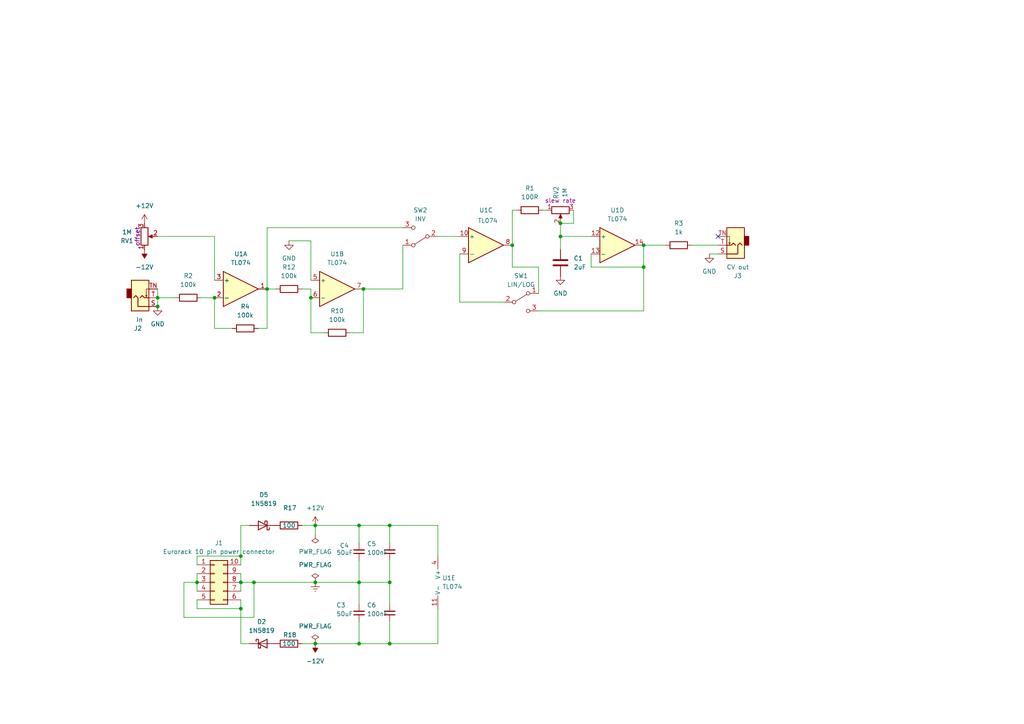
<source format=kicad_sch>
(kicad_sch (version 20231120) (generator "eeschema") (generator_version "8.0")
  (paper "A4")
  (lib_symbols
    (symbol "+12V_5" (power) (pin_numbers hide) (pin_names (offset 0) hide)
      (property "Value" "+12V" (at 0 3.556 0))
      (symbol "+12V_5_0_1"
        (polyline (pts (xy -0.762 1.27) (xy 0 2.54)))
        (polyline (pts (xy 0 0) (xy 0 2.54)))
        (polyline (pts (xy 0 2.54) (xy 0.762 1.27)))
      )
      (symbol "+12V_5_1_1"
        (pin power_in line (at 0 0 90) (length 0) (name "~") (number "1"))
      )
    )
    (symbol "-12V_4" (power) (pin_numbers hide) (pin_names (offset 0) hide)
      (property "Value" "-12V" (at 0 3.556 0))
      (symbol "-12V_4_0_0"
        (pin power_in line (at 0 0 90) (length 0) (name "~") (number "1"))
      )
      (symbol "-12V_4_0_1"
        (polyline (pts (xy 0 0) (xy 0 1.27) (xy 0.762 1.27) (xy 0 2.54) (xy -0.762 1.27) (xy 0 1.27)) (fill (type outline)))
      )
    )
    (symbol "Amplifier_Operational:TL074" (pin_names (offset 0.127))
      (property "Reference" "U" (at 0 5.08 0))
      (property "Value" "TL074" (at 0 -5.08 0))
      (symbol "TL074_1_1"
        (polyline (pts (xy -5.08 5.08) (xy 5.08 0) (xy -5.08 -5.08) (xy -5.08 5.08)) (stroke (width 0.254)) (fill (type background)))
        (pin output line (at 7.62 0 180) (length 2.54) (name "~") (number "1"))
        (pin input line (at -7.62 -2.54 0) (length 2.54) (name "-") (number "2"))
        (pin input line (at -7.62 2.54 0) (length 2.54) (name "+") (number "3"))
      )
      (symbol "TL074_2_1"
        (polyline (pts (xy -5.08 5.08) (xy 5.08 0) (xy -5.08 -5.08) (xy -5.08 5.08)) (stroke (width 0.254)) (fill (type background)))
        (pin input line (at -7.62 2.54 0) (length 2.54) (name "+") (number "5"))
        (pin input line (at -7.62 -2.54 0) (length 2.54) (name "-") (number "6"))
        (pin output line (at 7.62 0 180) (length 2.54) (name "~") (number "7"))
      )
      (symbol "TL074_3_1"
        (polyline (pts (xy -5.08 5.08) (xy 5.08 0) (xy -5.08 -5.08) (xy -5.08 5.08)) (stroke (width 0.254)) (fill (type background)))
        (pin input line (at -7.62 2.54 0) (length 2.54) (name "+") (number "10"))
        (pin output line (at 7.62 0 180) (length 2.54) (name "~") (number "8"))
        (pin input line (at -7.62 -2.54 0) (length 2.54) (name "-") (number "9"))
      )
      (symbol "TL074_4_1"
        (polyline (pts (xy -5.08 5.08) (xy 5.08 0) (xy -5.08 -5.08) (xy -5.08 5.08)) (stroke (width 0.254)) (fill (type background)))
        (pin input line (at -7.62 2.54 0) (length 2.54) (name "+") (number "12"))
        (pin input line (at -7.62 -2.54 0) (length 2.54) (name "-") (number "13"))
        (pin output line (at 7.62 0 180) (length 2.54) (name "~") (number "14"))
      )
      (symbol "TL074_5_1"
        (pin power_in line (at -2.54 -7.62 90) (length 3.81) (name "V-") (number "11"))
        (pin power_in line (at -2.54 7.62 270) (length 3.81) (name "V+") (number "4"))
      )
    )
    (symbol "Connector_Audio:AudioJack2_SwitchT"
      (property "Reference" "J" (at 0 8.89 0))
      (property "Value" "AudioJack2_SwitchT" (at 0 6.35 0))
      (symbol "AudioJack2_SwitchT_0_1"
        (rectangle (start -2.54 0) (end -3.81 -2.54) (stroke (width 0.254)) (fill (type outline)))
        (polyline (pts (xy 1.778 -0.254) (xy 2.032 -0.762)))
        (polyline (pts (xy 0 0) (xy 0.635 -0.635) (xy 1.27 0) (xy 2.54 0)) (stroke (width 0.254)))
        (polyline (pts (xy 2.54 -2.54) (xy 1.778 -2.54) (xy 1.778 -0.254) (xy 1.524 -0.762)))
        (polyline (pts (xy 2.54 2.54) (xy -0.635 2.54) (xy -0.635 0) (xy -1.27 -0.635) (xy -1.905 0)) (stroke (width 0.254)))
        (rectangle (start 2.54 3.81) (end -2.54 -5.08) (stroke (width 0.254)) (fill (type background)))
      )
      (symbol "AudioJack2_SwitchT_1_1"
        (pin passive line (at 5.08 2.54 180) (length 2.54) (name "~") (number "S"))
        (pin passive line (at 5.08 0 180) (length 2.54) (name "~") (number "T"))
        (pin passive line (at 5.08 -2.54 180) (length 2.54) (name "~") (number "TN"))
      )
    )
    (symbol "Connector_Generic:Conn_02x05_Counter_Clockwise" (pin_names (offset 1.016) hide)
      (property "Reference" "J" (at 1.27 7.62 0))
      (property "Value" "Conn_02x05_Counter_Clockwise" (at 1.27 -7.62 0))
      (symbol "Conn_02x05_Counter_Clockwise_1_1"
        (rectangle (start -1.27 -4.953) (end 0 -5.207) (stroke (width 0.1524)))
        (rectangle (start -1.27 -2.413) (end 0 -2.667) (stroke (width 0.1524)))
        (rectangle (start -1.27 0.127) (end 0 -0.127) (stroke (width 0.1524)))
        (rectangle (start -1.27 2.667) (end 0 2.413) (stroke (width 0.1524)))
        (rectangle (start -1.27 5.207) (end 0 4.953) (stroke (width 0.1524)))
        (rectangle (start -1.27 6.35) (end 3.81 -6.35) (stroke (width 0.254)) (fill (type background)))
        (rectangle (start 3.81 -4.953) (end 2.54 -5.207) (stroke (width 0.1524)))
        (rectangle (start 3.81 -2.413) (end 2.54 -2.667) (stroke (width 0.1524)))
        (rectangle (start 3.81 0.127) (end 2.54 -0.127) (stroke (width 0.1524)))
        (rectangle (start 3.81 2.667) (end 2.54 2.413) (stroke (width 0.1524)))
        (rectangle (start 3.81 5.207) (end 2.54 4.953) (stroke (width 0.1524)))
        (pin passive line (at -5.08 5.08 0) (length 3.81) (name "Pin_1") (number "1"))
        (pin passive line (at 7.62 5.08 180) (length 3.81) (name "Pin_10") (number "10"))
        (pin passive line (at -5.08 2.54 0) (length 3.81) (name "Pin_2") (number "2"))
        (pin passive line (at -5.08 0 0) (length 3.81) (name "Pin_3") (number "3"))
        (pin passive line (at -5.08 -2.54 0) (length 3.81) (name "Pin_4") (number "4"))
        (pin passive line (at -5.08 -5.08 0) (length 3.81) (name "Pin_5") (number "5"))
        (pin passive line (at 7.62 -5.08 180) (length 3.81) (name "Pin_6") (number "6"))
        (pin passive line (at 7.62 -2.54 180) (length 3.81) (name "Pin_7") (number "7"))
        (pin passive line (at 7.62 0 180) (length 3.81) (name "Pin_8") (number "8"))
        (pin passive line (at 7.62 2.54 180) (length 3.81) (name "Pin_9") (number "9"))
      )
    )
    (symbol "Device:C" (pin_numbers hide) (pin_names (offset 0.254))
      (property "Reference" "C" (at 0.635 2.54 0))
      (property "Value" "C" (at 0.635 -2.54 0))
      (symbol "C_0_1"
        (polyline (pts (xy -2.032 -0.762) (xy 2.032 -0.762)) (stroke (width 0.508)))
        (polyline (pts (xy -2.032 0.762) (xy 2.032 0.762)) (stroke (width 0.508)))
      )
      (symbol "C_1_1"
        (pin passive line (at 0 3.81 270) (length 2.794) (name "~") (number "1"))
        (pin passive line (at 0 -3.81 90) (length 2.794) (name "~") (number "2"))
      )
    )
    (symbol "Device:C_Small" (pin_numbers hide) (pin_names (offset 0.254) hide)
      (property "Reference" "C" (at 0.254 1.778 0))
      (property "Value" "C_Small" (at 0.254 -2.032 0))
      (symbol "C_Small_0_1"
        (polyline (pts (xy -1.524 -0.508) (xy 1.524 -0.508)) (stroke (width 0.3302)))
        (polyline (pts (xy -1.524 0.508) (xy 1.524 0.508)) (stroke (width 0.3048)))
      )
      (symbol "C_Small_1_1"
        (pin passive line (at 0 2.54 270) (length 2.032) (name "~") (number "1"))
        (pin passive line (at 0 -2.54 90) (length 2.032) (name "~") (number "2"))
      )
    )
    (symbol "Device:R" (pin_numbers hide) (pin_names (offset 0))
      (property "Reference" "R" (at 2.032 0 90))
      (property "Value" "R" (at 0 0 90))
      (symbol "R_0_1"
        (rectangle (start -1.016 -2.54) (end 1.016 2.54) (stroke (width 0.254)))
      )
      (symbol "R_1_1"
        (pin passive line (at 0 3.81 270) (length 1.27) (name "~") (number "1"))
        (pin passive line (at 0 -3.81 90) (length 1.27) (name "~") (number "2"))
      )
    )
    (symbol "Device:R_Potentiometer" (pin_names (offset 1.016) hide)
      (property "Reference" "RV" (at -4.445 0 90))
      (property "Value" "R_Potentiometer" (at -2.54 0 90))
      (symbol "R_Potentiometer_0_1"
        (polyline (pts (xy 2.54 0) (xy 1.524 0)))
        (polyline (pts (xy 1.143 0) (xy 2.286 0.508) (xy 2.286 -0.508) (xy 1.143 0)) (fill (type outline)))
        (rectangle (start 1.016 2.54) (end -1.016 -2.54) (stroke (width 0.254)))
      )
      (symbol "R_Potentiometer_1_1"
        (pin passive line (at 0 3.81 270) (length 1.27) (name "1") (number "1"))
        (pin passive line (at 3.81 0 180) (length 1.27) (name "2") (number "2"))
        (pin passive line (at 0 -3.81 90) (length 1.27) (name "3") (number "3"))
      )
    )
    (symbol "Diode:1N5819" (pin_numbers hide) (pin_names (offset 1.016) hide)
      (property "Reference" "D" (at 0 2.54 0))
      (property "Value" "1N5819" (at 0 -2.54 0))
      (symbol "1N5819_0_1"
        (polyline (pts (xy 1.27 0) (xy -1.27 0)))
        (polyline (pts (xy 1.27 1.27) (xy 1.27 -1.27) (xy -1.27 0) (xy 1.27 1.27)) (stroke (width 0.254)))
        (polyline (pts (xy -1.905 0.635) (xy -1.905 1.27) (xy -1.27 1.27) (xy -1.27 -1.27) (xy -0.635 -1.27) (xy -0.635 -0.635)) (stroke (width 0.254)))
      )
      (symbol "1N5819_1_1"
        (pin passive line (at -3.81 0 0) (length 2.54) (name "K") (number "1"))
        (pin passive line (at 3.81 0 180) (length 2.54) (name "A") (number "2"))
      )
    )
    (symbol "GNDREF_10" (power) (pin_numbers hide) (pin_names (offset 0) hide)
      (property "Value" "GNDREF" (at 0 -3.81 0))
      (symbol "GNDREF_10_0_1"
        (polyline (pts (xy -0.635 -1.905) (xy 0.635 -1.905)))
        (polyline (pts (xy -0.127 -2.54) (xy 0.127 -2.54)))
        (polyline (pts (xy 0 -1.27) (xy 0 0)))
        (polyline (pts (xy 1.27 -1.27) (xy -1.27 -1.27)))
      )
      (symbol "GNDREF_10_1_1"
        (pin power_in line (at 0 0 270) (length 0) (name "~") (number "1"))
      )
    )
    (symbol "Switch:SW_SPDT" (pin_names (offset 0) hide)
      (property "Reference" "SW" (at 0 4.318 0))
      (property "Value" "SW_SPDT" (at 0 -5.08 0))
      (symbol "SW_SPDT_0_0"
        (circle (center -2.032 0) (radius 0.508))
        (circle (center 2.032 -2.54) (radius 0.508))
      )
      (symbol "SW_SPDT_0_1"
        (polyline (pts (xy -1.524 0.254) (xy 1.651 2.286)))
        (circle (center 2.032 2.54) (radius 0.508))
      )
      (symbol "SW_SPDT_1_1"
        (pin passive line (at 5.08 2.54 180) (length 2.54) (name "A") (number "1"))
        (pin passive line (at -5.08 0 0) (length 2.54) (name "B") (number "2"))
        (pin passive line (at 5.08 -2.54 180) (length 2.54) (name "C") (number "3"))
      )
    )
    (symbol "power:+12V" (power) (pin_names (offset 0))
      (property "Value" "+12V" (at 0 3.556 0))
      (symbol "+12V_0_1"
        (polyline (pts (xy -0.762 1.27) (xy 0 2.54)))
        (polyline (pts (xy 0 0) (xy 0 2.54)))
        (polyline (pts (xy 0 2.54) (xy 0.762 1.27)))
      )
      (symbol "+12V_1_1"
        (pin power_in line (at 0 0 90) (length 0) hide (name "+12V") (number "1"))
      )
    )
    (symbol "power:GND" (power) (pin_numbers hide) (pin_names (offset 0) hide)
      (property "Value" "GND" (at 0 -3.81 0))
      (symbol "GND_0_1"
        (polyline (pts (xy 0 0) (xy 0 -1.27) (xy 1.27 -1.27) (xy 0 -2.54) (xy -1.27 -1.27) (xy 0 -1.27)))
      )
      (symbol "GND_1_1"
        (pin power_in line (at 0 0 270) (length 0) (name "~") (number "1"))
      )
    )
    (symbol "power:PWR_FLAG" (power) (pin_numbers hide) (pin_names (offset 0) hide)
      (property "Value" "PWR_FLAG" (at 0 3.81 0))
      (symbol "PWR_FLAG_0_0"
        (pin power_out line (at 0 0 90) (length 0) (name "~") (number "1"))
      )
      (symbol "PWR_FLAG_0_1"
        (polyline (pts (xy 0 0) (xy 0 1.27) (xy -1.016 1.905) (xy 0 2.54) (xy 1.016 1.905) (xy 0 1.27)))
      )
    )
  )
  (junction (at 69.85 168.91))
  (junction (at 69.85 161.29))
  (junction (at 104.14 186.69))
  (junction (at 113.03 152.4))
  (junction (at 91.44 168.91))
  (junction (at 45.72 86.36))
  (junction (at 69.85 176.53))
  (junction (at 91.44 152.4))
  (junction (at 73.66 168.91))
  (junction (at 186.69 77.47))
  (junction (at 148.59 71.12))
  (junction (at 162.56 68.58))
  (junction (at 104.14 152.4))
  (junction (at 113.03 168.91))
  (junction (at 104.14 168.91))
  (junction (at 162.56 64.77))
  (junction (at 90.17 86.36))
  (junction (at 91.44 186.69))
  (junction (at 77.47 83.82))
  (junction (at 186.69 71.12))
  (junction (at 45.72 88.9))
  (junction (at 113.03 186.69))
  (junction (at 62.23 86.36))
  (junction (at 105.41 83.82))
  (junction (at 57.15 168.91))
  (no_connect (at 208.28 68.58))
  (wire (pts (xy 104.14 168.91) (xy 104.14 175.26)))
  (wire (pts (xy 113.03 162.56) (xy 113.03 168.91)))
  (wire (pts (xy 69.85 152.4) (xy 69.85 161.29)))
  (wire (pts (xy 186.69 77.47) (xy 186.69 71.12)))
  (wire (pts (xy 53.34 168.91) (xy 53.34 179.07)))
  (wire (pts (xy 200.66 71.12) (xy 208.28 71.12)))
  (wire (pts (xy 69.85 168.91) (xy 73.66 168.91)))
  (wire (pts (xy 113.03 168.91) (xy 113.03 175.26)))
  (wire (pts (xy 57.15 168.91) (xy 53.34 168.91)))
  (wire (pts (xy 113.03 186.69) (xy 113.03 180.34)))
  (wire (pts (xy 186.69 90.17) (xy 186.69 77.47)))
  (wire (pts (xy 127 176.53) (xy 127 186.69)))
  (wire (pts (xy 104.14 152.4) (xy 113.03 152.4)))
  (wire (pts (xy 50.8 86.36) (xy 45.72 86.36)))
  (wire (pts (xy 90.17 96.52) (xy 90.17 86.36)))
  (wire (pts (xy 208.28 73.66) (xy 205.74 73.66)))
  (wire (pts (xy 62.23 68.58) (xy 62.23 81.28)))
  (wire (pts (xy 45.72 86.36) (xy 45.72 88.9)))
  (wire (pts (xy 73.66 179.07) (xy 73.66 168.91)))
  (wire (pts (xy 148.59 60.96) (xy 148.59 71.12)))
  (wire (pts (xy 127 68.58) (xy 133.35 68.58)))
  (wire (pts (xy 90.17 83.82) (xy 90.17 86.36)))
  (wire (pts (xy 77.47 95.25) (xy 77.47 83.82)))
  (wire (pts (xy 80.01 83.82) (xy 77.47 83.82)))
  (wire (pts (xy 171.45 73.66) (xy 171.45 77.47)))
  (wire (pts (xy 166.37 64.77) (xy 162.56 64.77)))
  (wire (pts (xy 146.05 87.63) (xy 133.35 87.63)))
  (wire (pts (xy 57.15 168.91) (xy 57.15 171.45)))
  (wire (pts (xy 69.85 152.4) (xy 72.39 152.4)))
  (wire (pts (xy 127 186.69) (xy 113.03 186.69)))
  (wire (pts (xy 83.82 69.85) (xy 90.17 69.85)))
  (wire (pts (xy 45.72 83.82) (xy 45.72 86.36)))
  (wire (pts (xy 73.66 168.91) (xy 91.44 168.91)))
  (wire (pts (xy 53.34 179.07) (xy 73.66 179.07)))
  (wire (pts (xy 101.6 96.52) (xy 105.41 96.52)))
  (wire (pts (xy 87.63 83.82) (xy 90.17 83.82)))
  (wire (pts (xy 91.44 152.4) (xy 91.44 154.94)))
  (wire (pts (xy 156.21 90.17) (xy 186.69 90.17)))
  (wire (pts (xy 69.85 176.53) (xy 69.85 173.99)))
  (wire (pts (xy 57.15 161.29) (xy 69.85 161.29)))
  (wire (pts (xy 91.44 168.91) (xy 104.14 168.91)))
  (wire (pts (xy 186.69 71.12) (xy 193.04 71.12)))
  (wire (pts (xy 104.14 162.56) (xy 104.14 168.91)))
  (wire (pts (xy 69.85 161.29) (xy 69.85 163.83)))
  (wire (pts (xy 69.85 166.37) (xy 69.85 168.91)))
  (wire (pts (xy 45.72 68.58) (xy 62.23 68.58)))
  (wire (pts (xy 171.45 77.47) (xy 186.69 77.47)))
  (wire (pts (xy 166.37 60.96) (xy 166.37 64.77)))
  (wire (pts (xy 77.47 66.04) (xy 116.84 66.04)))
  (wire (pts (xy 162.56 72.39) (xy 162.56 68.58)))
  (wire (pts (xy 87.63 152.4) (xy 91.44 152.4)))
  (wire (pts (xy 162.56 64.77) (xy 162.56 68.58)))
  (wire (pts (xy 57.15 166.37) (xy 57.15 168.91)))
  (wire (pts (xy 113.03 152.4) (xy 113.03 157.48)))
  (wire (pts (xy 148.59 60.96) (xy 149.86 60.96)))
  (wire (pts (xy 69.85 168.91) (xy 69.85 171.45)))
  (wire (pts (xy 157.48 60.96) (xy 158.75 60.96)))
  (wire (pts (xy 57.15 173.99) (xy 57.15 176.53)))
  (wire (pts (xy 91.44 186.69) (xy 104.14 186.69)))
  (wire (pts (xy 104.14 152.4) (xy 104.14 157.48)))
  (wire (pts (xy 105.41 96.52) (xy 105.41 83.82)))
  (wire (pts (xy 93.98 96.52) (xy 90.17 96.52)))
  (wire (pts (xy 104.14 168.91) (xy 113.03 168.91)))
  (wire (pts (xy 104.14 180.34) (xy 104.14 186.69)))
  (wire (pts (xy 133.35 73.66) (xy 133.35 87.63)))
  (wire (pts (xy 77.47 66.04) (xy 77.47 83.82)))
  (wire (pts (xy 57.15 176.53) (xy 69.85 176.53)))
  (wire (pts (xy 57.15 163.83) (xy 57.15 161.29)))
  (wire (pts (xy 69.85 186.69) (xy 69.85 176.53)))
  (wire (pts (xy 105.41 83.82) (xy 116.84 83.82)))
  (wire (pts (xy 62.23 95.25) (xy 62.23 86.36)))
  (wire (pts (xy 90.17 69.85) (xy 90.17 81.28)))
  (wire (pts (xy 116.84 83.82) (xy 116.84 71.12)))
  (wire (pts (xy 156.21 85.09) (xy 156.21 77.47)))
  (wire (pts (xy 148.59 77.47) (xy 148.59 71.12)))
  (wire (pts (xy 62.23 86.36) (xy 58.42 86.36)))
  (wire (pts (xy 127 152.4) (xy 113.03 152.4)))
  (wire (pts (xy 104.14 186.69) (xy 113.03 186.69)))
  (wire (pts (xy 156.21 77.47) (xy 148.59 77.47)))
  (wire (pts (xy 91.44 152.4) (xy 104.14 152.4)))
  (wire (pts (xy 162.56 68.58) (xy 171.45 68.58)))
  (wire (pts (xy 87.63 186.69) (xy 91.44 186.69)))
  (wire (pts (xy 72.39 186.69) (xy 69.85 186.69)))
  (wire (pts (xy 74.93 95.25) (xy 77.47 95.25)))
  (wire (pts (xy 127 161.29) (xy 127 152.4)))
  (wire (pts (xy 67.31 95.25) (xy 62.23 95.25)))
  (symbol (lib_id "power:PWR_FLAG") (at 91.44 168.91 0) (unit 1)
    (property "Reference" "#FLG05" (effects (hide yes)))
    (property "Value" "PWR_FLAG" (at 91.44 163.83 0))
    (property "Description" "Special symbol for telling ERC where power comes from" (effects (hide yes)))
  )
  (symbol (lib_id "Device:R") (at 83.82 83.82 90) (unit 1)
    (property "Reference" "R12" (at 83.82 77.47 90))
    (property "Value" "100k" (at 83.82 80.01 90))
    (property "Footprint" "Resistor_THT:R_Axial_DIN0207_L6.3mm_D2.5mm_P10.16mm_Horizontal" (effects (hide yes)))
  )
  (symbol (lib_name "GNDREF_10") (lib_id "power:GNDREF") (at 91.44 168.91 0) (unit 1)
    (property "Reference" "#PWR05" (effects (hide yes)))
    (property "Value" "GNDREF" (effects (hide yes)))
    (property "Description" "Power symbol creates a global label with name \"GNDREF\" , reference supply ground" (effects (hide yes)))
  )
  (symbol (lib_id "Amplifier_Operational:TL074") (at 140.97 71.12 0) (unit 3)
    (property "Reference" "U1" (at 140.97 60.96 0))
    (property "Value" "TL074" (at 141.478 64.008 0))
    (property "Datasheet" "http://www.ti.com/lit/ds/symlink/tl071.pdf" (effects (hide yes)))
    (property "Description" "Quad Low-Noise JFET-Input Operational Amplifiers, DIP-14/SOIC-14" (effects (hide yes)))
  )
  (symbol (lib_id "power:GND") (at 83.82 69.85 0) (unit 1)
    (property "Reference" "#PWR09" (effects (hide yes)))
    (property "Value" "GND" (at 83.82 74.93 0))
    (property "Description" "Power symbol creates a global label with name \"GND\" , ground" (effects (hide yes)))
  )
  (symbol (lib_id "Device:C_Small") (at 104.14 177.8 180) (unit 1)
    (property "Reference" "C3" (at 97.536 175.514 0) (effects (justify right)))
    (property "Value" "50uF" (at 97.536 178.054 0) (effects (justify right)))
    (property "Footprint" "Capacitor_THT:C_Disc_D6.0mm_W2.5mm_P5.00mm" (effects (hide yes)))
    (property "Description" "Unpolarized capacitor, small symbol" (effects (hide yes)))
  )
  (symbol (lib_id "Device:R") (at 54.61 86.36 90) (unit 1)
    (property "Reference" "R2" (at 54.61 80.01 90))
    (property "Value" "100k" (at 54.61 82.55 90))
    (property "Footprint" "Resistor_THT:R_Axial_DIN0207_L6.3mm_D2.5mm_P10.16mm_Horizontal" (effects (hide yes)))
  )
  (symbol (lib_name "-12V_4") (lib_id "power:-12V") (at 91.44 186.69 180) (unit 1)
    (property "Reference" "#PWR03" (effects (hide yes)))
    (property "Value" "-12V" (at 91.44 191.77 0))
    (property "Description" "Power symbol creates a global label with name \"-12V\"" (effects (hide yes)))
  )
  (symbol (lib_id "Diode:1N5819") (at 76.2 152.4 180) (unit 1)
    (property "Reference" "D5" (at 76.5175 143.51 0))
    (property "Value" "1N5819" (at 76.5175 146.05 0))
    (property "Footprint" "Diode_THT:D_DO-41_SOD81_P10.16mm_Horizontal" (effects (hide yes)))
    (property "Datasheet" "http://www.vishay.com/docs/88525/1n5817.pdf" (effects (hide yes)))
    (property "Description" "40V 1A Schottky Barrier Rectifier Diode, DO-41" (effects (hide yes)))
  )
  (symbol (lib_id "Device:R") (at 153.67 60.96 270) (unit 1)
    (property "Reference" "R1" (at 153.67 54.61 90))
    (property "Value" "100R" (at 153.67 57.15 90))
    (property "Footprint" "Resistor_THT:R_Axial_DIN0207_L6.3mm_D2.5mm_P10.16mm_Horizontal" (effects (hide yes)))
  )
  (symbol (lib_id "Device:C_Small") (at 113.03 177.8 180) (unit 1)
    (property "Reference" "C6" (at 106.426 175.514 0) (effects (justify right)))
    (property "Value" "100nF" (at 106.426 178.054 0) (effects (justify right)))
    (property "Footprint" "Capacitor_THT:C_Disc_D6.0mm_W2.5mm_P5.00mm" (effects (hide yes)))
    (property "Description" "Unpolarized capacitor, small symbol" (effects (hide yes)))
  )
  (symbol (lib_id "Device:R") (at 196.85 71.12 270) (unit 1)
    (property "Reference" "R3" (at 196.85 64.77 90))
    (property "Value" "1k" (at 196.85 67.31 90))
    (property "Footprint" "Resistor_THT:R_Axial_DIN0207_L6.3mm_D2.5mm_P10.16mm_Horizontal" (effects (hide yes)))
  )
  (symbol (lib_id "power:+12V") (at 41.91 64.77 0) (unit 1)
    (property "Reference" "#PWR06" (effects (hide yes)))
    (property "Value" "+12V" (at 41.91 59.69 0))
  )
  (symbol (lib_id "Switch:SW_SPDT") (at 121.92 68.58 180) (unit 1)
    (property "Reference" "SW2" (at 121.92 60.96 0))
    (property "Value" "INV" (at 121.92 63.5 0))
    (property "Footprint" "Connector_PinHeader_2.54mm:PinHeader_1x03_P2.54mm_Vertical" (effects (hide yes)))
  )
  (symbol (lib_id "Connector_Audio:AudioJack2_SwitchT") (at 40.64 86.36 0) (mirror x) (unit 1)
    (property "Reference" "J2" (at 40.005 95.25 0))
    (property "Value" " In" (at 40.005 92.71 0))
    (property "Footprint" "Connector_Audio:Jack_6.35mm_Neutrik_NJ5FD-V_Vertical" (effects (hide yes)))
    (property "Description" "Audio Jack, 2 Poles (Mono / TS), Switched T Pole (Normalling)" (effects (hide yes)))
  )
  (symbol (lib_name "-12V_4") (lib_id "power:-12V") (at 41.91 72.39 180) (unit 1)
    (property "Reference" "#PWR07" (effects (hide yes)))
    (property "Value" "-12V" (at 41.91 77.47 0))
    (property "Description" "Power symbol creates a global label with name \"-12V\"" (effects (hide yes)))
  )
  (symbol (lib_id "power:GND") (at 45.72 88.9 0) (unit 1)
    (property "Reference" "#PWR01" (effects (hide yes)))
    (property "Value" "GND" (at 45.72 93.98 0))
    (property "Description" "Power symbol creates a global label with name \"GND\" , ground" (effects (hide yes)))
  )
  (symbol (lib_id "Connector_Audio:AudioJack2_SwitchT") (at 213.36 71.12 180) (unit 1)
    (property "Reference" "J3" (at 213.995 80.01 0))
    (property "Value" "CV out" (at 213.995 77.47 0))
    (property "Footprint" "Connector_Audio:Jack_6.35mm_Neutrik_NJ5FD-V_Vertical" (effects (hide yes)))
    (property "Description" "Audio Jack, 2 Poles (Mono / TS), Switched T Pole (Normalling)" (effects (hide yes)))
  )
  (symbol (lib_id "Amplifier_Operational:TL074") (at 69.85 83.82 0) (unit 1)
    (property "Reference" "U1" (at 69.85 73.66 0))
    (property "Value" "TL074" (at 69.85 76.2 0))
    (property "Datasheet" "http://www.ti.com/lit/ds/symlink/tl071.pdf" (effects (hide yes)))
    (property "Description" "Quad Low-Noise JFET-Input Operational Amplifiers, DIP-14/SOIC-14" (effects (hide yes)))
  )
  (symbol (lib_id "Device:R") (at 97.79 96.52 90) (unit 1)
    (property "Reference" "R10" (at 97.79 90.17 90))
    (property "Value" "100k" (at 97.79 92.71 90))
    (property "Footprint" "Resistor_THT:R_Axial_DIN0207_L6.3mm_D2.5mm_P10.16mm_Horizontal" (effects (hide yes)))
  )
  (symbol (lib_id "Device:R_Potentiometer") (at 162.56 60.96 90) (mirror x) (unit 1)
    (property "Reference" "RV2" (at 161.29 55.88 0))
    (property "Value" "1M" (at 163.83 55.88 0))
    (property "Footprint" "Potentiometer_THT:Potentiometer_Alpha_RD901F-40-00D_Single_Vertical" (effects (hide yes)))
    (property "Description" "slew rate" (at 162.56 58.166 90))
  )
  (symbol (lib_id "Amplifier_Operational:TL074") (at 129.54 168.91 0) (unit 5)
    (property "Reference" "U1" (at 128.27 167.6399 0) (effects (justify left)))
    (property "Value" "TL074" (at 128.27 170.1799 0) (effects (justify left)))
    (property "Datasheet" "http://www.ti.com/lit/ds/symlink/tl071.pdf" (effects (hide yes)))
    (property "Description" "Quad Low-Noise JFET-Input Operational Amplifiers, DIP-14/SOIC-14" (effects (hide yes)))
  )
  (symbol (lib_id "Connector_Generic:Conn_02x05_Counter_Clockwise") (at 62.23 168.91 0) (unit 1)
    (property "Reference" "J1" (at 63.5 157.48 0))
    (property "Value" "Eurorack 10 pin power connector" (at 63.5 160.02 0))
    (property "Footprint" "Connector_PinHeader_2.54mm:PinHeader_2x05_P2.54mm_Vertical" (effects (hide yes)))
    (property "Description" "Generic connector, double row, 02x05, counter clockwise pin numbering scheme (similar to DIP package numbering), script generated (kicad-library-utils/schlib/autogen/connector/)" (effects (hide yes)))
  )
  (symbol (lib_id "Device:C") (at 162.56 76.2 180) (unit 1)
    (property "Reference" "C1" (at 166.37 74.9299 0) (effects (justify right)))
    (property "Value" "2uF" (at 166.37 77.4699 0) (effects (justify right)))
    (property "Footprint" "Capacitor_THT:C_Rect_L7.0mm_W2.5mm_P5.00mm" (effects (hide yes)))
  )
  (symbol (lib_id "Device:C_Small") (at 104.14 160.02 180) (unit 1)
    (property "Reference" "C4" (at 98.552 158.242 0) (effects (justify right)))
    (property "Value" "50uF" (at 97.536 160.274 0) (effects (justify right)))
    (property "Footprint" "Capacitor_THT:C_Disc_D6.0mm_W2.5mm_P5.00mm" (effects (hide yes)))
    (property "Description" "Unpolarized capacitor, small symbol" (effects (hide yes)))
  )
  (symbol (lib_id "Device:R_Potentiometer") (at 41.91 68.58 0) (mirror x) (unit 1)
    (property "Reference" "RV1" (at 36.83 69.85 0))
    (property "Value" "1M" (at 36.83 67.31 0))
    (property "Footprint" "Potentiometer_THT:Potentiometer_Alpha_RD901F-40-00D_Single_Vertical" (effects (hide yes)))
    (property "Description" "offset" (at 39.878 68.58 90))
  )
  (symbol (lib_id "Device:R") (at 83.82 186.69 90) (unit 1)
    (property "Reference" "R18" (at 84.074 184.15 90))
    (property "Value" "100" (at 83.82 186.69 90))
    (property "Footprint" "Resistor_THT:R_Axial_DIN0207_L6.3mm_D2.5mm_P10.16mm_Horizontal" (effects (hide yes)))
    (property "Description" "Resistor" (effects (hide yes)))
  )
  (symbol (lib_id "Device:R") (at 71.12 95.25 90) (unit 1)
    (property "Reference" "R4" (at 71.12 88.9 90))
    (property "Value" "100k" (at 71.12 91.44 90))
    (property "Footprint" "Resistor_THT:R_Axial_DIN0207_L6.3mm_D2.5mm_P10.16mm_Horizontal" (effects (hide yes)))
  )
  (symbol (lib_id "Diode:1N5819") (at 76.2 186.69 0) (unit 1)
    (property "Reference" "D2" (at 75.8825 180.34 0))
    (property "Value" "1N5819" (at 75.8825 182.88 0))
    (property "Footprint" "Diode_THT:D_DO-41_SOD81_P10.16mm_Horizontal" (effects (hide yes)))
    (property "Datasheet" "http://www.vishay.com/docs/88525/1n5817.pdf" (effects (hide yes)))
    (property "Description" "40V 1A Schottky Barrier Rectifier Diode, DO-41" (effects (hide yes)))
  )
  (symbol (lib_id "Switch:SW_SPDT") (at 151.13 87.63 0) (unit 1)
    (property "Reference" "SW1" (at 151.13 80.01 0))
    (property "Value" "LIN/LOG" (at 151.13 82.55 0))
    (property "Footprint" "Connector_PinHeader_2.54mm:PinHeader_1x03_P2.54mm_Vertical" (effects (hide yes)))
  )
  (symbol (lib_id "Device:C_Small") (at 113.03 160.02 180) (unit 1)
    (property "Reference" "C5" (at 106.426 157.734 0) (effects (justify right)))
    (property "Value" "100nF" (at 106.426 160.274 0) (effects (justify right)))
    (property "Footprint" "Capacitor_THT:C_Disc_D6.0mm_W2.5mm_P5.00mm" (effects (hide yes)))
    (property "Description" "Unpolarized capacitor, small symbol" (effects (hide yes)))
  )
  (symbol (lib_id "power:GND") (at 162.56 80.01 0) (unit 1)
    (property "Reference" "#PWR02" (effects (hide yes)))
    (property "Value" "GND" (at 162.56 85.09 0))
    (property "Description" "Power symbol creates a global label with name \"GND\" , ground" (effects (hide yes)))
  )
  (symbol (lib_id "Device:R") (at 83.82 152.4 90) (unit 1)
    (property "Reference" "R17" (at 84.074 147.32 90))
    (property "Value" "100" (at 83.82 152.4 90))
    (property "Footprint" "Resistor_THT:R_Axial_DIN0207_L6.3mm_D2.5mm_P10.16mm_Horizontal" (effects (hide yes)))
    (property "Description" "Resistor" (effects (hide yes)))
  )
  (symbol (lib_name "+12V_5") (lib_id "power:+12V") (at 91.44 152.4 0) (unit 1)
    (property "Reference" "#PWR04" (effects (hide yes)))
    (property "Value" "+12V" (at 91.44 147.32 0))
    (property "Description" "Power symbol creates a global label with name \"+12V\"" (effects (hide yes)))
  )
  (symbol (lib_id "Amplifier_Operational:TL074") (at 97.79 83.82 0) (unit 2)
    (property "Reference" "U1" (at 97.79 73.66 0))
    (property "Value" "TL074" (at 97.79 76.2 0))
    (property "Datasheet" "http://www.ti.com/lit/ds/symlink/tl071.pdf" (effects (hide yes)))
    (property "Description" "Quad Low-Noise JFET-Input Operational Amplifiers, DIP-14/SOIC-14" (effects (hide yes)))
  )
  (symbol (lib_id "power:PWR_FLAG") (at 91.44 154.94 180) (unit 1)
    (property "Reference" "#FLG04" (effects (hide yes)))
    (property "Value" "PWR_FLAG" (at 91.44 160.02 0))
    (property "Description" "Special symbol for telling ERC where power comes from" (effects (hide yes)))
  )
  (symbol (lib_id "Amplifier_Operational:TL074") (at 179.07 71.12 0) (unit 4)
    (property "Reference" "U1" (at 179.07 60.96 0))
    (property "Value" "TL074" (at 179.07 63.5 0))
    (property "Datasheet" "http://www.ti.com/lit/ds/symlink/tl071.pdf" (effects (hide yes)))
    (property "Description" "Quad Low-Noise JFET-Input Operational Amplifiers, DIP-14/SOIC-14" (effects (hide yes)))
  )
  (symbol (lib_id "power:PWR_FLAG") (at 91.44 186.69 0) (unit 1)
    (property "Reference" "#FLG03" (effects (hide yes)))
    (property "Value" "PWR_FLAG" (at 91.44 181.61 0))
    (property "Description" "Special symbol for telling ERC where power comes from" (effects (hide yes)))
  )
  (symbol (lib_id "power:GND") (at 205.74 73.66 0) (unit 1)
    (property "Reference" "#PWR08" (effects (hide yes)))
    (property "Value" "GND" (at 205.74 78.74 0))
    (property "Description" "Power symbol creates a global label with name \"GND\" , ground" (effects (hide yes)))
  )
)
</source>
